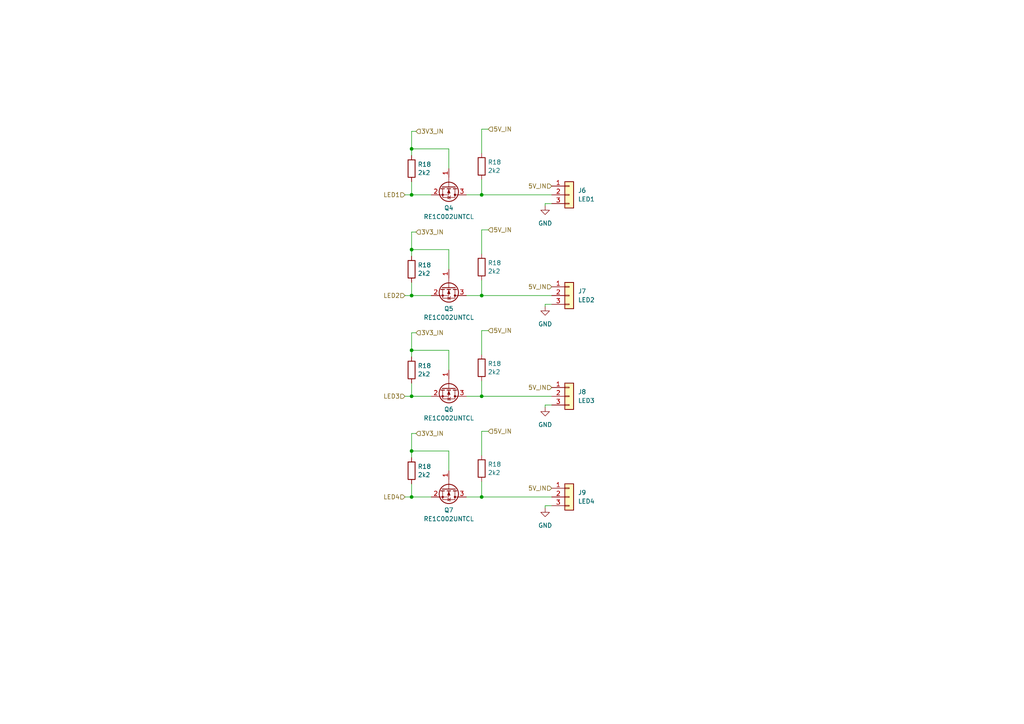
<source format=kicad_sch>
(kicad_sch (version 20230121) (generator eeschema)
  (paper "A4")
  (title_block (title "WS2812 LED Drive Outputs") (date "2023-11-15"))
  (lib_symbols
    (symbol "Connector_Generic:Conn_01x03" (pin_names (offset 1.016) hide)
      (property "Reference" "J" (at 0 5.08 0))
      (property "Value" "Conn_01x03" (at 0 -5.08 0))
      (symbol "Conn_01x03_1_1"
        (rectangle (start -1.27 -2.413) (end 0 -2.667) (stroke (width 0.1524)))
        (rectangle (start -1.27 0.127) (end 0 -0.127) (stroke (width 0.1524)))
        (rectangle (start -1.27 2.667) (end 0 2.413) (stroke (width 0.1524)))
        (rectangle (start -1.27 3.81) (end 1.27 -3.81) (stroke (width 0.254)) (fill (type background)))
        (pin passive line (at -5.08 2.54 0) (length 3.81) (name "Pin_1") (number "1"))
        (pin passive line (at -5.08 0 0) (length 3.81) (name "Pin_2") (number "2"))
        (pin passive line (at -5.08 -2.54 0) (length 3.81) (name "Pin_3") (number "3"))
      )
    )
    (symbol "Device:Q_NMOS_GSD" (pin_names (offset 0) hide)
      (property "Reference" "Q" (at 5.08 1.27 0))
      (property "Value" "Q_NMOS_GSD" (at 5.08 -1.27 0))
      (symbol "Q_NMOS_GSD_0_1"
        (polyline (pts (xy 0.254 0) (xy -2.54 0)))
        (polyline (pts (xy 0.254 1.905) (xy 0.254 -1.905)) (stroke (width 0.254)))
        (polyline (pts (xy 0.762 -1.27) (xy 0.762 -2.286)) (stroke (width 0.254)))
        (polyline (pts (xy 0.762 0.508) (xy 0.762 -0.508)) (stroke (width 0.254)))
        (polyline (pts (xy 0.762 2.286) (xy 0.762 1.27)) (stroke (width 0.254)))
        (polyline (pts (xy 2.54 2.54) (xy 2.54 1.778)))
        (polyline (pts (xy 2.54 -2.54) (xy 2.54 0) (xy 0.762 0)))
        (polyline (pts (xy 0.762 -1.778) (xy 3.302 -1.778) (xy 3.302 1.778) (xy 0.762 1.778)))
        (polyline (pts (xy 1.016 0) (xy 2.032 0.381) (xy 2.032 -0.381) (xy 1.016 0)) (fill (type outline)))
        (polyline (pts (xy 2.794 0.508) (xy 2.921 0.381) (xy 3.683 0.381) (xy 3.81 0.254)))
        (polyline (pts (xy 3.302 0.381) (xy 2.921 -0.254) (xy 3.683 -0.254) (xy 3.302 0.381)))
        (circle (center 1.651 0) (radius 2.794) (stroke (width 0.254)))
        (circle (center 2.54 -1.778) (radius 0.254) (fill (type outline)))
        (circle (center 2.54 1.778) (radius 0.254) (fill (type outline)))
      )
      (symbol "Q_NMOS_GSD_1_1"
        (pin input line (at -5.08 0 0) (length 2.54) (name "G") (number "1"))
        (pin passive line (at 2.54 -5.08 90) (length 2.54) (name "S") (number "2"))
        (pin passive line (at 2.54 5.08 270) (length 2.54) (name "D") (number "3"))
      )
    )
    (symbol "Device:R" (pin_numbers hide) (pin_names (offset 0))
      (property "Reference" "R" (at 2.032 0 90))
      (property "Value" "R" (at 0 0 90))
      (symbol "R_0_1"
        (rectangle (start -1.016 -2.54) (end 1.016 2.54) (stroke (width 0.254)))
      )
      (symbol "R_1_1"
        (pin passive line (at 0 3.81 270) (length 1.27) (name "~") (number "1"))
        (pin passive line (at 0 -3.81 90) (length 1.27) (name "~") (number "2"))
      )
    )
    (symbol "power:GND" (power) (pin_names (offset 0))
      (property "Value" "GND" (at 0 -3.81 0))
      (symbol "GND_0_1"
        (polyline (pts (xy 0 0) (xy 0 -1.27) (xy 1.27 -1.27) (xy 0 -2.54) (xy -1.27 -1.27) (xy 0 -1.27)))
      )
      (symbol "GND_1_1"
        (pin power_in line (at 0 0 270) (length 0) hide (name "GND") (number "1"))
      )
    )
  )
  (junction (at 119.38 144.145))
  (junction (at 119.38 101.6))
  (junction (at 139.7 56.515))
  (junction (at 139.7 144.145))
  (junction (at 119.38 43.18))
  (junction (at 119.38 85.725))
  (junction (at 119.38 72.39))
  (junction (at 119.38 56.515))
  (junction (at 119.38 130.81))
  (junction (at 119.38 114.935))
  (junction (at 139.7 85.725))
  (junction (at 139.7 114.935))
  (wire (pts (xy 119.38 125.73) (xy 119.38 130.81)))
  (wire (pts (xy 119.38 56.515) (xy 125.095 56.515)))
  (wire (pts (xy 135.255 144.145) (xy 139.7 144.145)))
  (wire (pts (xy 158.115 146.685) (xy 158.115 147.32)))
  (wire (pts (xy 117.475 114.935) (xy 119.38 114.935)))
  (wire (pts (xy 158.115 117.475) (xy 158.115 118.11)))
  (wire (pts (xy 135.255 114.935) (xy 139.7 114.935)))
  (wire (pts (xy 160.02 59.055) (xy 158.115 59.055)))
  (wire (pts (xy 119.38 144.145) (xy 125.095 144.145)))
  (wire (pts (xy 141.605 95.885) (xy 139.7 95.885)))
  (wire (pts (xy 141.605 125.095) (xy 139.7 125.095)))
  (wire (pts (xy 119.38 85.725) (xy 125.095 85.725)))
  (wire (pts (xy 130.175 72.39) (xy 119.38 72.39)))
  (wire (pts (xy 130.175 136.525) (xy 130.175 130.81)))
  (wire (pts (xy 139.7 85.725) (xy 139.7 81.28)))
  (wire (pts (xy 130.175 130.81) (xy 119.38 130.81)))
  (wire (pts (xy 119.38 81.915) (xy 119.38 85.725)))
  (wire (pts (xy 120.65 67.31) (xy 119.38 67.31)))
  (wire (pts (xy 130.175 43.18) (xy 119.38 43.18)))
  (wire (pts (xy 119.38 72.39) (xy 119.38 74.295)))
  (wire (pts (xy 139.7 66.675) (xy 139.7 73.66)))
  (wire (pts (xy 139.7 144.145) (xy 160.02 144.145)))
  (wire (pts (xy 139.7 144.145) (xy 139.7 139.7)))
  (wire (pts (xy 120.65 125.73) (xy 119.38 125.73)))
  (wire (pts (xy 139.7 95.885) (xy 139.7 102.87)))
  (wire (pts (xy 120.65 96.52) (xy 119.38 96.52)))
  (wire (pts (xy 130.175 107.315) (xy 130.175 101.6)))
  (wire (pts (xy 119.38 140.335) (xy 119.38 144.145)))
  (wire (pts (xy 117.475 56.515) (xy 119.38 56.515)))
  (wire (pts (xy 117.475 85.725) (xy 119.38 85.725)))
  (wire (pts (xy 119.38 52.705) (xy 119.38 56.515)))
  (wire (pts (xy 119.38 38.1) (xy 119.38 43.18)))
  (wire (pts (xy 160.02 88.265) (xy 158.115 88.265)))
  (wire (pts (xy 119.38 130.81) (xy 119.38 132.715)))
  (wire (pts (xy 158.115 88.265) (xy 158.115 88.9)))
  (wire (pts (xy 119.38 114.935) (xy 125.095 114.935)))
  (wire (pts (xy 119.38 67.31) (xy 119.38 72.39)))
  (wire (pts (xy 139.7 114.935) (xy 139.7 110.49)))
  (wire (pts (xy 139.7 125.095) (xy 139.7 132.08)))
  (wire (pts (xy 119.38 43.18) (xy 119.38 45.085)))
  (wire (pts (xy 158.115 59.055) (xy 158.115 59.69)))
  (wire (pts (xy 119.38 101.6) (xy 119.38 103.505)))
  (wire (pts (xy 141.605 66.675) (xy 139.7 66.675)))
  (wire (pts (xy 139.7 37.465) (xy 139.7 44.45)))
  (wire (pts (xy 120.65 38.1) (xy 119.38 38.1)))
  (wire (pts (xy 130.175 48.895) (xy 130.175 43.18)))
  (wire (pts (xy 139.7 56.515) (xy 160.02 56.515)))
  (wire (pts (xy 130.175 101.6) (xy 119.38 101.6)))
  (wire (pts (xy 135.255 85.725) (xy 139.7 85.725)))
  (wire (pts (xy 139.7 85.725) (xy 160.02 85.725)))
  (wire (pts (xy 117.475 144.145) (xy 119.38 144.145)))
  (wire (pts (xy 119.38 96.52) (xy 119.38 101.6)))
  (wire (pts (xy 139.7 56.515) (xy 139.7 52.07)))
  (wire (pts (xy 119.38 111.125) (xy 119.38 114.935)))
  (wire (pts (xy 135.255 56.515) (xy 139.7 56.515)))
  (wire (pts (xy 130.175 78.105) (xy 130.175 72.39)))
  (wire (pts (xy 141.605 37.465) (xy 139.7 37.465)))
  (wire (pts (xy 160.02 117.475) (xy 158.115 117.475)))
  (wire (pts (xy 160.02 146.685) (xy 158.115 146.685)))
  (wire (pts (xy 139.7 114.935) (xy 160.02 114.935)))
  (hierarchical_label "LED3" (shape input) (at 117.475 114.935 180))
  (hierarchical_label "LED1" (shape input) (at 117.475 56.515 180))
  (hierarchical_label "3V3_IN" (shape input) (at 120.65 67.31 0))
  (hierarchical_label "5V_IN" (shape input) (at 160.02 83.185 180))
  (hierarchical_label "3V3_IN" (shape input) (at 120.65 125.73 0))
  (hierarchical_label "5V_IN" (shape input) (at 141.605 125.095 0))
  (hierarchical_label "5V_IN" (shape input) (at 160.02 53.975 180))
  (hierarchical_label "3V3_IN" (shape input) (at 120.65 96.52 0))
  (hierarchical_label "5V_IN" (shape input) (at 160.02 112.395 180))
  (hierarchical_label "LED4" (shape input) (at 117.475 144.145 180))
  (hierarchical_label "LED2" (shape input) (at 117.475 85.725 180))
  (hierarchical_label "5V_IN" (shape input) (at 141.605 95.885 0))
  (hierarchical_label "5V_IN" (shape input) (at 141.605 37.465 0))
  (hierarchical_label "3V3_IN" (shape input) (at 120.65 38.1 0))
  (hierarchical_label "5V_IN" (shape input) (at 160.02 141.605 180))
  (hierarchical_label "5V_IN" (shape input) (at 141.605 66.675 0))
  (symbol (lib_id "Device:R") (at 139.7 106.68 0) (unit 1)
    (property "Reference" "R18" (at 141.478 105.4679 0) (effects (justify left)))
    (property "Value" "2k2" (at 141.478 107.8921 0) (effects (justify left)))
    (property "Footprint" "Resistor_SMD:R_0603_1608Metric" (effects hide))
    (property "Digikey Part No." "RMCF0603JT2K20CT-ND" (effects hide))
    (instances (project "props_board_v3" (path "" (reference "R18") (unit 1)) (path "" (reference "R42") (unit 1)) (path "" (reference "R54") (unit 1))))
  )
  (symbol (lib_id "Connector_Generic:Conn_01x03") (at 165.1 144.145 0) (unit 1)
    (property "Reference" "J9" (at 167.64 142.875 0) (effects (justify left)))
    (property "Value" "LED4" (at 167.64 145.415 0) (effects (justify left)))
    (property "Footprint" "Connector_JST:JST_XH_B3B-XH-A_1x03_P2.50mm_Vertical" (effects hide))
  )
  (symbol (lib_id "Device:R") (at 139.7 135.89 0) (unit 1)
    (property "Reference" "R18" (at 141.478 134.6779 0) (effects (justify left)))
    (property "Value" "2k2" (at 141.478 137.1021 0) (effects (justify left)))
    (property "Footprint" "Resistor_SMD:R_0603_1608Metric" (effects hide))
    (property "Digikey Part No." "RMCF0603JT2K20CT-ND" (effects hide))
    (instances (project "props_board_v3" (path "" (reference "R18") (unit 1)) (path "" (reference "R44") (unit 1)) (path "" (reference "R56") (unit 1))))
  )
  (symbol (lib_id "Device:R") (at 139.7 48.26 0) (unit 1)
    (property "Reference" "R18" (at 141.478 47.0479 0) (effects (justify left)))
    (property "Value" "2k2" (at 141.478 49.4721 0) (effects (justify left)))
    (property "Footprint" "Resistor_SMD:R_0603_1608Metric" (effects hide))
    (property "Digikey Part No." "RMCF0603JT2K20CT-ND" (effects hide))
    (instances (project "props_board_v3" (path "" (reference "R18") (unit 1)) (path "" (reference "R38") (unit 1)) (path "" (reference "R50") (unit 1))))
  )
  (symbol (lib_id "Connector_Generic:Conn_01x03") (at 165.1 114.935 0) (unit 1)
    (property "Reference" "J8" (at 167.64 113.665 0) (effects (justify left)))
    (property "Value" "LED3" (at 167.64 116.205 0) (effects (justify left)))
    (property "Footprint" "Connector_JST:JST_XH_B3B-XH-A_1x03_P2.50mm_Vertical" (effects hide))
  )
  (symbol (lib_id "Device:R") (at 119.38 78.105 0) (unit 1)
    (property "Reference" "R18" (at 121.158 76.8929 0) (effects (justify left)))
    (property "Value" "2k2" (at 121.158 79.3171 0) (effects (justify left)))
    (property "Footprint" "Resistor_SMD:R_0603_1608Metric" (effects hide))
    (property "Digikey Part No." "RMCF0603JT2K20CT-ND" (effects hide))
    (instances (project "props_board_v3" (path "" (reference "R18") (unit 1)) (path "" (reference "R39") (unit 1)) (path "" (reference "R53") (unit 1))))
  )
  (symbol (lib_id "Device:Q_NMOS_GSD") (at 130.175 53.975 270) (unit 1)
    (property "Reference" "Q4" (at 130.175 60.325 90))
    (property "Value" "RE1C002UNTCL" (at 130.175 62.865 90))
    (property "Footprint" "Package_TO_SOT_SMD:SOT-416" (effects hide))
    (property "Digikey Part No." "RE1C002UNTCLCT-ND" (effects hide))
    (instances (project "props_board_v3" (path "" (reference "Q4") (unit 1)) (path "" (reference "Q7") (unit 1))))
  )
  (symbol (lib_id "power:GND") (at 158.115 118.11 0) (unit 1)
    (property "Reference" "#PWR056" (effects hide))
    (property "Value" "GND" (at 158.115 123.19 0))
  )
  (symbol (lib_id "power:GND") (at 158.115 88.9 0) (unit 1)
    (property "Reference" "#PWR055" (effects hide))
    (property "Value" "GND" (at 158.115 93.98 0))
  )
  (symbol (lib_id "power:GND") (at 158.115 147.32 0) (unit 1)
    (property "Reference" "#PWR057" (effects hide))
    (property "Value" "GND" (at 158.115 152.4 0))
  )
  (symbol (lib_id "Device:Q_NMOS_GSD") (at 130.175 112.395 270) (unit 1)
    (property "Reference" "Q6" (at 130.175 118.745 90))
    (property "Value" "RE1C002UNTCL" (at 130.175 121.285 90))
    (property "Footprint" "Package_TO_SOT_SMD:SOT-416" (effects hide))
    (property "Digikey Part No." "RE1C002UNTCLCT-ND" (effects hide))
    (instances (project "props_board_v3" (path "" (reference "Q6") (unit 1)) (path "" (reference "Q9") (unit 1))))
  )
  (symbol (lib_id "Device:R") (at 139.7 77.47 0) (unit 1)
    (property "Reference" "R18" (at 141.478 76.2579 0) (effects (justify left)))
    (property "Value" "2k2" (at 141.478 78.6821 0) (effects (justify left)))
    (property "Footprint" "Resistor_SMD:R_0603_1608Metric" (effects hide))
    (property "Digikey Part No." "RMCF0603JT2K20CT-ND" (effects hide))
    (instances (project "props_board_v3" (path "" (reference "R18") (unit 1)) (path "" (reference "R40") (unit 1)) (path "" (reference "R52") (unit 1))))
  )
  (symbol (lib_id "Device:Q_NMOS_GSD") (at 130.175 141.605 270) (unit 1)
    (property "Reference" "Q7" (at 130.175 147.955 90))
    (property "Value" "RE1C002UNTCL" (at 130.175 150.495 90))
    (property "Footprint" "Package_TO_SOT_SMD:SOT-416" (effects hide))
    (property "Digikey Part No." "RE1C002UNTCLCT-ND" (effects hide))
    (instances (project "props_board_v3" (path "" (reference "Q7") (unit 1)) (path "" (reference "Q10") (unit 1))))
  )
  (symbol (lib_id "Connector_Generic:Conn_01x03") (at 165.1 85.725 0) (unit 1)
    (property "Reference" "J7" (at 167.64 84.455 0) (effects (justify left)))
    (property "Value" "LED2" (at 167.64 86.995 0) (effects (justify left)))
    (property "Footprint" "Connector_JST:JST_XH_B3B-XH-A_1x03_P2.50mm_Vertical" (effects hide))
  )
  (symbol (lib_id "power:GND") (at 158.115 59.69 0) (unit 1)
    (property "Reference" "#PWR054" (effects hide))
    (property "Value" "GND" (at 158.115 64.77 0))
  )
  (symbol (lib_id "Device:R") (at 119.38 136.525 0) (unit 1)
    (property "Reference" "R18" (at 121.158 135.3129 0) (effects (justify left)))
    (property "Value" "2k2" (at 121.158 137.7371 0) (effects (justify left)))
    (property "Footprint" "Resistor_SMD:R_0603_1608Metric" (effects hide))
    (property "Digikey Part No." "RMCF0603JT2K20CT-ND" (effects hide))
    (instances (project "props_board_v3" (path "" (reference "R18") (unit 1)) (path "" (reference "R43") (unit 1)) (path "" (reference "R57") (unit 1))))
  )
  (symbol (lib_id "Device:Q_NMOS_GSD") (at 130.175 83.185 270) (unit 1)
    (property "Reference" "Q5" (at 130.175 89.535 90))
    (property "Value" "RE1C002UNTCL" (at 130.175 92.075 90))
    (property "Footprint" "Package_TO_SOT_SMD:SOT-416" (effects hide))
    (property "Digikey Part No." "RE1C002UNTCLCT-ND" (effects hide))
    (instances (project "props_board_v3" (path "" (reference "Q5") (unit 1)) (path "" (reference "Q8") (unit 1))))
  )
  (symbol (lib_id "Connector_Generic:Conn_01x03") (at 165.1 56.515 0) (unit 1)
    (property "Reference" "J6" (at 167.64 55.245 0) (effects (justify left)))
    (property "Value" "LED1" (at 167.64 57.785 0) (effects (justify left)))
    (property "Footprint" "Connector_JST:JST_XH_B3B-XH-A_1x03_P2.50mm_Vertical" (effects hide))
  )
  (symbol (lib_id "Device:R") (at 119.38 48.895 0) (unit 1)
    (property "Reference" "R18" (at 121.158 47.6829 0) (effects (justify left)))
    (property "Value" "2k2" (at 121.158 50.1071 0) (effects (justify left)))
    (property "Footprint" "Resistor_SMD:R_0603_1608Metric" (effects hide))
    (property "Digikey Part No." "RMCF0603JT2K20CT-ND" (effects hide))
    (instances (project "props_board_v3" (path "" (reference "R18") (unit 1)) (path "" (reference "R37") (unit 1)) (path "" (reference "R51") (unit 1))))
  )
  (symbol (lib_id "Device:R") (at 119.38 107.315 0) (unit 1)
    (property "Reference" "R18" (at 121.158 106.1029 0) (effects (justify left)))
    (property "Value" "2k2" (at 121.158 108.5271 0) (effects (justify left)))
    (property "Footprint" "Resistor_SMD:R_0603_1608Metric" (effects hide))
    (property "Digikey Part No." "RMCF0603JT2K20CT-ND" (effects hide))
    (instances (project "props_board_v3" (path "" (reference "R18") (unit 1)) (path "" (reference "R41") (unit 1)) (path "" (reference "R55") (unit 1))))
  )
)
</source>
